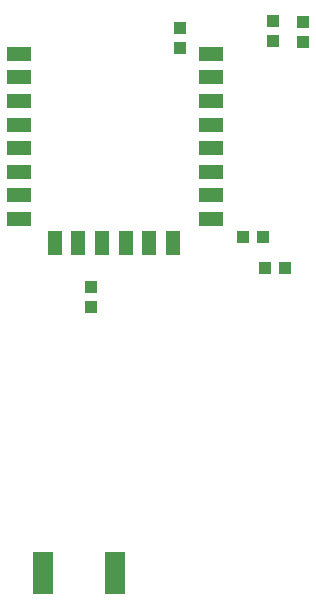
<source format=gtp>
G75*
%MOIN*%
%OFA0B0*%
%FSLAX25Y25*%
%IPPOS*%
%LPD*%
%AMOC8*
5,1,8,0,0,1.08239X$1,22.5*
%
%ADD10R,0.04331X0.03937*%
%ADD11R,0.07000X0.14000*%
%ADD12R,0.07874X0.04724*%
%ADD13R,0.04724X0.07874*%
%ADD14R,0.03937X0.04331*%
D10*
X0123005Y0228862D03*
X0129698Y0228862D03*
X0122462Y0239239D03*
X0115769Y0239239D03*
D11*
X0048928Y0127298D03*
X0072928Y0127298D03*
D12*
X0041157Y0245139D03*
X0041157Y0253013D03*
X0041157Y0260887D03*
X0041157Y0268761D03*
X0041157Y0276635D03*
X0041157Y0284509D03*
X0041157Y0292383D03*
X0041157Y0300257D03*
X0104937Y0300257D03*
X0104937Y0292383D03*
X0104937Y0284509D03*
X0104937Y0276635D03*
X0104937Y0268761D03*
X0104937Y0260887D03*
X0104937Y0253013D03*
X0104937Y0245139D03*
D13*
X0092338Y0237265D03*
X0084464Y0237265D03*
X0076590Y0237265D03*
X0068716Y0237265D03*
X0060842Y0237265D03*
X0052968Y0237265D03*
D14*
X0065009Y0222520D03*
X0065009Y0215827D03*
X0094863Y0302134D03*
X0094863Y0308827D03*
X0125594Y0311054D03*
X0125594Y0304361D03*
X0135599Y0304211D03*
X0135599Y0310904D03*
M02*

</source>
